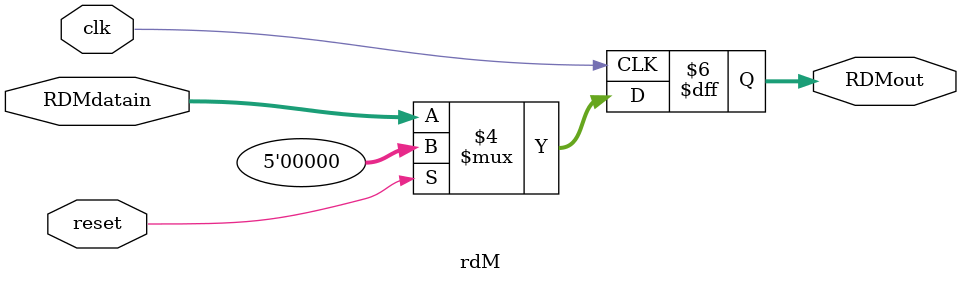
<source format=v>
module rdM (
    input wire clk,           // Señal de reloj
    input wire reset,         // Señal de reinicio
    input wire [4:0] RDMdatain, // Entrada de datos
    output reg [4:0] RDMout
);

always @(negedge clk) begin
    if (reset == 1) begin
        RDMout <= 4'b0000;
    end
    else begin
        RDMout <= RDMdatain;
    end
end

endmodule
</source>
